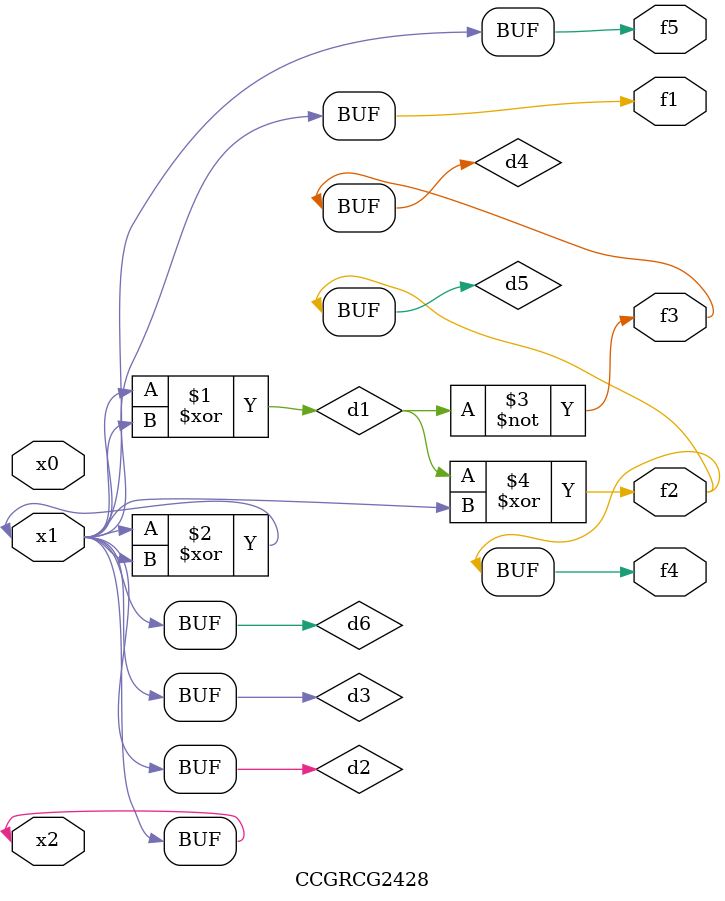
<source format=v>
module CCGRCG2428(
	input x0, x1, x2,
	output f1, f2, f3, f4, f5
);

	wire d1, d2, d3, d4, d5, d6;

	xor (d1, x1, x2);
	buf (d2, x1, x2);
	xor (d3, x1, x2);
	nor (d4, d1);
	xor (d5, d1, d2);
	buf (d6, d2, d3);
	assign f1 = d6;
	assign f2 = d5;
	assign f3 = d4;
	assign f4 = d5;
	assign f5 = d6;
endmodule

</source>
